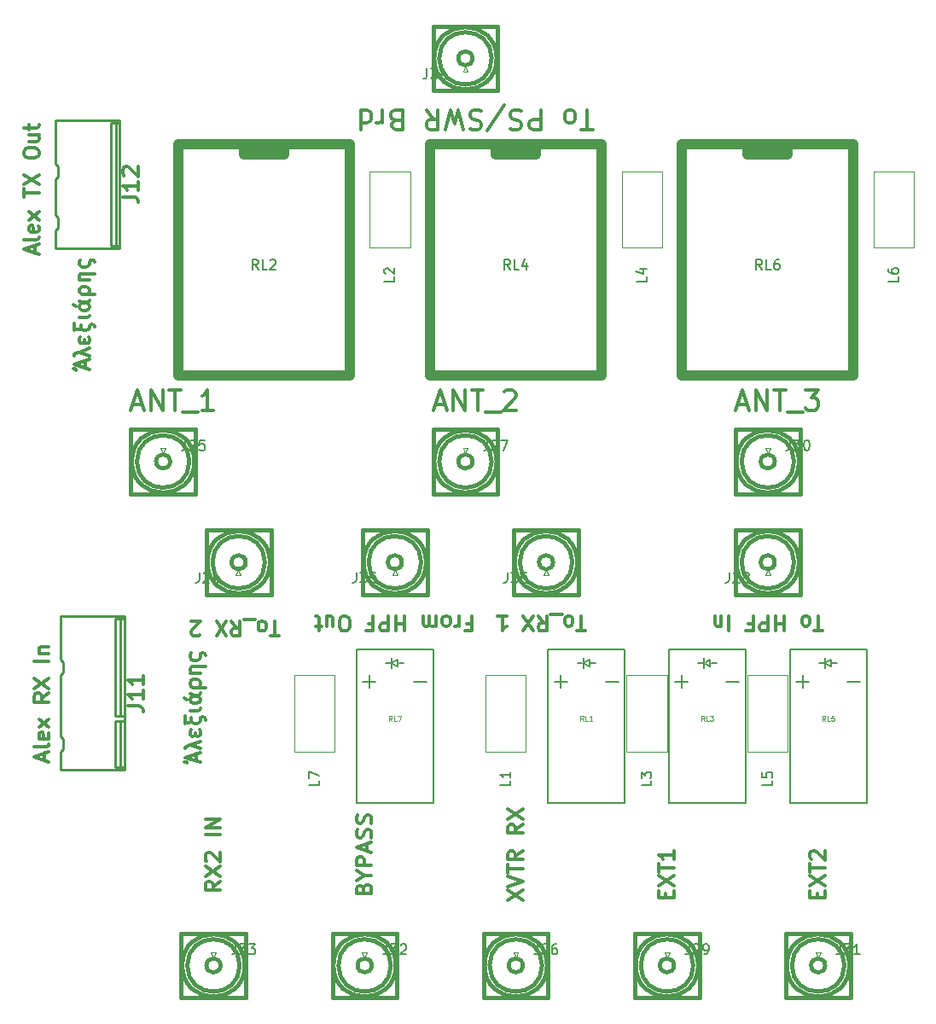
<source format=gto>
G04 #@! TF.FileFunction,Legend,Top*
%FSLAX46Y46*%
G04 Gerber Fmt 4.6, Leading zero omitted, Abs format (unit mm)*
G04 Created by KiCad (PCBNEW 4.0.7) date 01/05/18 17:51:36*
%MOMM*%
%LPD*%
G01*
G04 APERTURE LIST*
%ADD10C,0.100000*%
%ADD11C,0.300000*%
%ADD12C,0.150000*%
%ADD13C,1.000000*%
%ADD14C,0.381000*%
%ADD15C,0.254000*%
%ADD16C,0.050000*%
%ADD17C,0.120000*%
%ADD18C,0.125000*%
%ADD19C,0.304800*%
G04 APERTURE END LIST*
D10*
D11*
X43250000Y-99714285D02*
X43250000Y-98999999D01*
X43678571Y-99857142D02*
X42178571Y-99357142D01*
X43678571Y-98857142D01*
X42321429Y-99928570D02*
X42321429Y-99857142D01*
X42250000Y-99785713D01*
X42107143Y-99785713D01*
X42678571Y-98142856D02*
X43678571Y-98499999D01*
X42178571Y-98499999D02*
X42178571Y-98357142D01*
X42250000Y-98285714D01*
X42678571Y-98142856D01*
X43678571Y-97785714D01*
X43178571Y-97071428D02*
X43250000Y-97214285D01*
X43392857Y-97285714D01*
X43464286Y-97285714D01*
X43607143Y-97214285D01*
X43678571Y-97071428D01*
X43678571Y-96785714D01*
X43607143Y-96642857D01*
X43178571Y-96928571D02*
X43178571Y-97071428D01*
X43107143Y-97214285D01*
X42964286Y-97285714D01*
X42892857Y-97285714D01*
X42750000Y-97214285D01*
X42678571Y-97071428D01*
X42678571Y-96785714D01*
X42750000Y-96642857D01*
X42178571Y-95999999D02*
X42178571Y-95285713D01*
X42178571Y-95714285D02*
X42250000Y-95857142D01*
X42392857Y-95928571D01*
X42607143Y-95928571D01*
X42750000Y-95857142D01*
X42821429Y-95714285D01*
X42821429Y-95428571D01*
X42821429Y-95714285D02*
X42892857Y-95857142D01*
X42964286Y-95928571D01*
X43107143Y-95999999D01*
X43392857Y-95999999D01*
X43535714Y-95928571D01*
X43607143Y-95857142D01*
X43678571Y-95714285D01*
X43678571Y-95571428D01*
X43750000Y-95428571D01*
X43892857Y-95357142D01*
X43964286Y-95357142D01*
X44107143Y-95428571D01*
X44178571Y-95571428D01*
X44178571Y-95642856D01*
X42678571Y-94714285D02*
X43464286Y-94714285D01*
X43607143Y-94642857D01*
X43678571Y-94499999D01*
X42678571Y-93071428D02*
X43392857Y-93285714D01*
X43535714Y-93357143D01*
X43607143Y-93428571D01*
X43678571Y-93571428D01*
X43678571Y-93714285D01*
X43607143Y-93857143D01*
X43535714Y-93928571D01*
X43321429Y-94000000D01*
X43035714Y-94000000D01*
X42821429Y-93928571D01*
X42750000Y-93857143D01*
X42678571Y-93714285D01*
X42678571Y-93571428D01*
X42750000Y-93428571D01*
X42821429Y-93357143D01*
X42964286Y-93285714D01*
X43464286Y-93214285D01*
X43607143Y-93142857D01*
X43678571Y-93000000D01*
X42107143Y-93428571D02*
X42321429Y-93642857D01*
X44178571Y-92428571D02*
X42964286Y-92428571D01*
X42821429Y-92357143D01*
X42750000Y-92285714D01*
X42678571Y-92142857D01*
X42678571Y-91928571D01*
X42750000Y-91785714D01*
X42821429Y-91714285D01*
X42964286Y-91642857D01*
X43392857Y-91642857D01*
X43535714Y-91714285D01*
X43607143Y-91785714D01*
X43678571Y-91928571D01*
X43678571Y-92142857D01*
X43607143Y-92285714D01*
X43464286Y-92428571D01*
X42678571Y-91000000D02*
X43678571Y-91000000D01*
X42821429Y-91000000D02*
X42750000Y-90928572D01*
X42678571Y-90785714D01*
X42678571Y-90571429D01*
X42750000Y-90428572D01*
X42892857Y-90357143D01*
X44178571Y-90357143D01*
X42750000Y-89000000D02*
X42678571Y-89142857D01*
X42678571Y-89428571D01*
X42750000Y-89571429D01*
X42821429Y-89642857D01*
X42964286Y-89714286D01*
X43392857Y-89714286D01*
X43535714Y-89642857D01*
X43607143Y-89571429D01*
X43678571Y-89428571D01*
X43678571Y-89214286D01*
X43750000Y-89071429D01*
X43892857Y-89000000D01*
X43964286Y-89000000D01*
X44107143Y-89071429D01*
X44178571Y-89214286D01*
X32250000Y-60714285D02*
X32250000Y-59999999D01*
X32678571Y-60857142D02*
X31178571Y-60357142D01*
X32678571Y-59857142D01*
X31321429Y-60928570D02*
X31321429Y-60857142D01*
X31250000Y-60785713D01*
X31107143Y-60785713D01*
X31678571Y-59142856D02*
X32678571Y-59499999D01*
X31178571Y-59499999D02*
X31178571Y-59357142D01*
X31250000Y-59285714D01*
X31678571Y-59142856D01*
X32678571Y-58785714D01*
X32178571Y-58071428D02*
X32250000Y-58214285D01*
X32392857Y-58285714D01*
X32464286Y-58285714D01*
X32607143Y-58214285D01*
X32678571Y-58071428D01*
X32678571Y-57785714D01*
X32607143Y-57642857D01*
X32178571Y-57928571D02*
X32178571Y-58071428D01*
X32107143Y-58214285D01*
X31964286Y-58285714D01*
X31892857Y-58285714D01*
X31750000Y-58214285D01*
X31678571Y-58071428D01*
X31678571Y-57785714D01*
X31750000Y-57642857D01*
X31178571Y-56999999D02*
X31178571Y-56285713D01*
X31178571Y-56714285D02*
X31250000Y-56857142D01*
X31392857Y-56928571D01*
X31607143Y-56928571D01*
X31750000Y-56857142D01*
X31821429Y-56714285D01*
X31821429Y-56428571D01*
X31821429Y-56714285D02*
X31892857Y-56857142D01*
X31964286Y-56928571D01*
X32107143Y-56999999D01*
X32392857Y-56999999D01*
X32535714Y-56928571D01*
X32607143Y-56857142D01*
X32678571Y-56714285D01*
X32678571Y-56571428D01*
X32750000Y-56428571D01*
X32892857Y-56357142D01*
X32964286Y-56357142D01*
X33107143Y-56428571D01*
X33178571Y-56571428D01*
X33178571Y-56642856D01*
X31678571Y-55714285D02*
X32464286Y-55714285D01*
X32607143Y-55642857D01*
X32678571Y-55499999D01*
X31678571Y-54071428D02*
X32392857Y-54285714D01*
X32535714Y-54357143D01*
X32607143Y-54428571D01*
X32678571Y-54571428D01*
X32678571Y-54714285D01*
X32607143Y-54857143D01*
X32535714Y-54928571D01*
X32321429Y-55000000D01*
X32035714Y-55000000D01*
X31821429Y-54928571D01*
X31750000Y-54857143D01*
X31678571Y-54714285D01*
X31678571Y-54571428D01*
X31750000Y-54428571D01*
X31821429Y-54357143D01*
X31964286Y-54285714D01*
X32464286Y-54214285D01*
X32607143Y-54142857D01*
X32678571Y-54000000D01*
X31107143Y-54428571D02*
X31321429Y-54642857D01*
X33178571Y-53428571D02*
X31964286Y-53428571D01*
X31821429Y-53357143D01*
X31750000Y-53285714D01*
X31678571Y-53142857D01*
X31678571Y-52928571D01*
X31750000Y-52785714D01*
X31821429Y-52714285D01*
X31964286Y-52642857D01*
X32392857Y-52642857D01*
X32535714Y-52714285D01*
X32607143Y-52785714D01*
X32678571Y-52928571D01*
X32678571Y-53142857D01*
X32607143Y-53285714D01*
X32464286Y-53428571D01*
X31678571Y-52000000D02*
X32678571Y-52000000D01*
X31821429Y-52000000D02*
X31750000Y-51928572D01*
X31678571Y-51785714D01*
X31678571Y-51571429D01*
X31750000Y-51428572D01*
X31892857Y-51357143D01*
X33178571Y-51357143D01*
X31750000Y-50000000D02*
X31678571Y-50142857D01*
X31678571Y-50428571D01*
X31750000Y-50571429D01*
X31821429Y-50642857D01*
X31964286Y-50714286D01*
X32392857Y-50714286D01*
X32535714Y-50642857D01*
X32607143Y-50571429D01*
X32678571Y-50428571D01*
X32678571Y-50214286D01*
X32750000Y-50071429D01*
X32892857Y-50000000D01*
X32964286Y-50000000D01*
X33107143Y-50071429D01*
X33178571Y-50214286D01*
X28250000Y-99642857D02*
X28250000Y-98928571D01*
X28678571Y-99785714D02*
X27178571Y-99285714D01*
X28678571Y-98785714D01*
X28678571Y-98071428D02*
X28607143Y-98214286D01*
X28464286Y-98285714D01*
X27178571Y-98285714D01*
X28607143Y-96928572D02*
X28678571Y-97071429D01*
X28678571Y-97357143D01*
X28607143Y-97500000D01*
X28464286Y-97571429D01*
X27892857Y-97571429D01*
X27750000Y-97500000D01*
X27678571Y-97357143D01*
X27678571Y-97071429D01*
X27750000Y-96928572D01*
X27892857Y-96857143D01*
X28035714Y-96857143D01*
X28178571Y-97571429D01*
X28678571Y-96357143D02*
X27678571Y-95571429D01*
X27678571Y-96357143D02*
X28678571Y-95571429D01*
X28678571Y-93000000D02*
X27964286Y-93500000D01*
X28678571Y-93857143D02*
X27178571Y-93857143D01*
X27178571Y-93285715D01*
X27250000Y-93142857D01*
X27321429Y-93071429D01*
X27464286Y-93000000D01*
X27678571Y-93000000D01*
X27821429Y-93071429D01*
X27892857Y-93142857D01*
X27964286Y-93285715D01*
X27964286Y-93857143D01*
X27178571Y-92500000D02*
X28678571Y-91500000D01*
X27178571Y-91500000D02*
X28678571Y-92500000D01*
X28678571Y-89785715D02*
X27178571Y-89785715D01*
X27678571Y-89071429D02*
X28678571Y-89071429D01*
X27821429Y-89071429D02*
X27750000Y-89000001D01*
X27678571Y-88857143D01*
X27678571Y-88642858D01*
X27750000Y-88500001D01*
X27892857Y-88428572D01*
X28678571Y-88428572D01*
X27250000Y-49321428D02*
X27250000Y-48607142D01*
X27678571Y-49464285D02*
X26178571Y-48964285D01*
X27678571Y-48464285D01*
X27678571Y-47749999D02*
X27607143Y-47892857D01*
X27464286Y-47964285D01*
X26178571Y-47964285D01*
X27607143Y-46607143D02*
X27678571Y-46750000D01*
X27678571Y-47035714D01*
X27607143Y-47178571D01*
X27464286Y-47250000D01*
X26892857Y-47250000D01*
X26750000Y-47178571D01*
X26678571Y-47035714D01*
X26678571Y-46750000D01*
X26750000Y-46607143D01*
X26892857Y-46535714D01*
X27035714Y-46535714D01*
X27178571Y-47250000D01*
X27678571Y-46035714D02*
X26678571Y-45250000D01*
X26678571Y-46035714D02*
X27678571Y-45250000D01*
X26178571Y-43750000D02*
X26178571Y-42892857D01*
X27678571Y-43321428D02*
X26178571Y-43321428D01*
X26178571Y-42535714D02*
X27678571Y-41535714D01*
X26178571Y-41535714D02*
X27678571Y-42535714D01*
X26178571Y-39535715D02*
X26178571Y-39250001D01*
X26250000Y-39107143D01*
X26392857Y-38964286D01*
X26678571Y-38892858D01*
X27178571Y-38892858D01*
X27464286Y-38964286D01*
X27607143Y-39107143D01*
X27678571Y-39250001D01*
X27678571Y-39535715D01*
X27607143Y-39678572D01*
X27464286Y-39821429D01*
X27178571Y-39892858D01*
X26678571Y-39892858D01*
X26392857Y-39821429D01*
X26250000Y-39678572D01*
X26178571Y-39535715D01*
X26678571Y-37607143D02*
X27678571Y-37607143D01*
X26678571Y-38250000D02*
X27464286Y-38250000D01*
X27607143Y-38178572D01*
X27678571Y-38035714D01*
X27678571Y-37821429D01*
X27607143Y-37678572D01*
X27535714Y-37607143D01*
X26678571Y-37107143D02*
X26678571Y-36535714D01*
X26178571Y-36892857D02*
X27464286Y-36892857D01*
X27607143Y-36821429D01*
X27678571Y-36678571D01*
X27678571Y-36535714D01*
X81928571Y-86821429D02*
X81071428Y-86821429D01*
X81499999Y-85321429D02*
X81499999Y-86821429D01*
X80357142Y-85321429D02*
X80500000Y-85392857D01*
X80571428Y-85464286D01*
X80642857Y-85607143D01*
X80642857Y-86035714D01*
X80571428Y-86178571D01*
X80500000Y-86250000D01*
X80357142Y-86321429D01*
X80142857Y-86321429D01*
X80000000Y-86250000D01*
X79928571Y-86178571D01*
X79857142Y-86035714D01*
X79857142Y-85607143D01*
X79928571Y-85464286D01*
X80000000Y-85392857D01*
X80142857Y-85321429D01*
X80357142Y-85321429D01*
X79571428Y-85178571D02*
X78428571Y-85178571D01*
X77214285Y-85321429D02*
X77714285Y-86035714D01*
X78071428Y-85321429D02*
X78071428Y-86821429D01*
X77500000Y-86821429D01*
X77357142Y-86750000D01*
X77285714Y-86678571D01*
X77214285Y-86535714D01*
X77214285Y-86321429D01*
X77285714Y-86178571D01*
X77357142Y-86107143D01*
X77500000Y-86035714D01*
X78071428Y-86035714D01*
X76714285Y-86821429D02*
X75714285Y-85321429D01*
X75714285Y-86821429D02*
X76714285Y-85321429D01*
X73214286Y-85321429D02*
X74071429Y-85321429D01*
X73642857Y-85321429D02*
X73642857Y-86821429D01*
X73785714Y-86607143D01*
X73928572Y-86464286D01*
X74071429Y-86392857D01*
X105464286Y-86821429D02*
X104607143Y-86821429D01*
X105035714Y-85321429D02*
X105035714Y-86821429D01*
X103892857Y-85321429D02*
X104035715Y-85392857D01*
X104107143Y-85464286D01*
X104178572Y-85607143D01*
X104178572Y-86035714D01*
X104107143Y-86178571D01*
X104035715Y-86250000D01*
X103892857Y-86321429D01*
X103678572Y-86321429D01*
X103535715Y-86250000D01*
X103464286Y-86178571D01*
X103392857Y-86035714D01*
X103392857Y-85607143D01*
X103464286Y-85464286D01*
X103535715Y-85392857D01*
X103678572Y-85321429D01*
X103892857Y-85321429D01*
X101607143Y-85321429D02*
X101607143Y-86821429D01*
X101607143Y-86107143D02*
X100750000Y-86107143D01*
X100750000Y-85321429D02*
X100750000Y-86821429D01*
X100035714Y-85321429D02*
X100035714Y-86821429D01*
X99464286Y-86821429D01*
X99321428Y-86750000D01*
X99250000Y-86678571D01*
X99178571Y-86535714D01*
X99178571Y-86321429D01*
X99250000Y-86178571D01*
X99321428Y-86107143D01*
X99464286Y-86035714D01*
X100035714Y-86035714D01*
X98035714Y-86107143D02*
X98535714Y-86107143D01*
X98535714Y-85321429D02*
X98535714Y-86821429D01*
X97821428Y-86821429D01*
X96107143Y-85321429D02*
X96107143Y-86821429D01*
X95392857Y-86321429D02*
X95392857Y-85321429D01*
X95392857Y-86178571D02*
X95321429Y-86250000D01*
X95178571Y-86321429D01*
X94964286Y-86321429D01*
X94821429Y-86250000D01*
X94750000Y-86107143D01*
X94750000Y-85321429D01*
X70142857Y-86107143D02*
X70642857Y-86107143D01*
X70642857Y-85321429D02*
X70642857Y-86821429D01*
X69928571Y-86821429D01*
X69357143Y-85321429D02*
X69357143Y-86321429D01*
X69357143Y-86035714D02*
X69285715Y-86178571D01*
X69214286Y-86250000D01*
X69071429Y-86321429D01*
X68928572Y-86321429D01*
X68214286Y-85321429D02*
X68357144Y-85392857D01*
X68428572Y-85464286D01*
X68500001Y-85607143D01*
X68500001Y-86035714D01*
X68428572Y-86178571D01*
X68357144Y-86250000D01*
X68214286Y-86321429D01*
X68000001Y-86321429D01*
X67857144Y-86250000D01*
X67785715Y-86178571D01*
X67714286Y-86035714D01*
X67714286Y-85607143D01*
X67785715Y-85464286D01*
X67857144Y-85392857D01*
X68000001Y-85321429D01*
X68214286Y-85321429D01*
X67071429Y-85321429D02*
X67071429Y-86321429D01*
X67071429Y-86178571D02*
X67000001Y-86250000D01*
X66857143Y-86321429D01*
X66642858Y-86321429D01*
X66500001Y-86250000D01*
X66428572Y-86107143D01*
X66428572Y-85321429D01*
X66428572Y-86107143D02*
X66357143Y-86250000D01*
X66214286Y-86321429D01*
X66000001Y-86321429D01*
X65857143Y-86250000D01*
X65785715Y-86107143D01*
X65785715Y-85321429D01*
X63928572Y-85321429D02*
X63928572Y-86821429D01*
X63928572Y-86107143D02*
X63071429Y-86107143D01*
X63071429Y-85321429D02*
X63071429Y-86821429D01*
X62357143Y-85321429D02*
X62357143Y-86821429D01*
X61785715Y-86821429D01*
X61642857Y-86750000D01*
X61571429Y-86678571D01*
X61500000Y-86535714D01*
X61500000Y-86321429D01*
X61571429Y-86178571D01*
X61642857Y-86107143D01*
X61785715Y-86035714D01*
X62357143Y-86035714D01*
X60357143Y-86107143D02*
X60857143Y-86107143D01*
X60857143Y-85321429D02*
X60857143Y-86821429D01*
X60142857Y-86821429D01*
X58142858Y-86821429D02*
X57857144Y-86821429D01*
X57714286Y-86750000D01*
X57571429Y-86607143D01*
X57500001Y-86321429D01*
X57500001Y-85821429D01*
X57571429Y-85535714D01*
X57714286Y-85392857D01*
X57857144Y-85321429D01*
X58142858Y-85321429D01*
X58285715Y-85392857D01*
X58428572Y-85535714D01*
X58500001Y-85821429D01*
X58500001Y-86321429D01*
X58428572Y-86607143D01*
X58285715Y-86750000D01*
X58142858Y-86821429D01*
X56214286Y-86321429D02*
X56214286Y-85321429D01*
X56857143Y-86321429D02*
X56857143Y-85535714D01*
X56785715Y-85392857D01*
X56642857Y-85321429D01*
X56428572Y-85321429D01*
X56285715Y-85392857D01*
X56214286Y-85464286D01*
X55714286Y-86321429D02*
X55142857Y-86321429D01*
X55500000Y-86821429D02*
X55500000Y-85535714D01*
X55428572Y-85392857D01*
X55285714Y-85321429D01*
X55142857Y-85321429D01*
X51499999Y-87321429D02*
X50642856Y-87321429D01*
X51071427Y-85821429D02*
X51071427Y-87321429D01*
X49928570Y-85821429D02*
X50071428Y-85892857D01*
X50142856Y-85964286D01*
X50214285Y-86107143D01*
X50214285Y-86535714D01*
X50142856Y-86678571D01*
X50071428Y-86750000D01*
X49928570Y-86821429D01*
X49714285Y-86821429D01*
X49571428Y-86750000D01*
X49499999Y-86678571D01*
X49428570Y-86535714D01*
X49428570Y-86107143D01*
X49499999Y-85964286D01*
X49571428Y-85892857D01*
X49714285Y-85821429D01*
X49928570Y-85821429D01*
X49142856Y-85678571D02*
X47999999Y-85678571D01*
X46785713Y-85821429D02*
X47285713Y-86535714D01*
X47642856Y-85821429D02*
X47642856Y-87321429D01*
X47071428Y-87321429D01*
X46928570Y-87250000D01*
X46857142Y-87178571D01*
X46785713Y-87035714D01*
X46785713Y-86821429D01*
X46857142Y-86678571D01*
X46928570Y-86607143D01*
X47071428Y-86535714D01*
X47642856Y-86535714D01*
X46285713Y-87321429D02*
X45285713Y-85821429D01*
X45285713Y-87321429D02*
X46285713Y-85821429D01*
X43642857Y-87178571D02*
X43571428Y-87250000D01*
X43428571Y-87321429D01*
X43071428Y-87321429D01*
X42928571Y-87250000D01*
X42857142Y-87178571D01*
X42785714Y-87035714D01*
X42785714Y-86892857D01*
X42857142Y-86678571D01*
X43714285Y-85821429D01*
X42785714Y-85821429D01*
X45678571Y-111678571D02*
X44964286Y-112178571D01*
X45678571Y-112535714D02*
X44178571Y-112535714D01*
X44178571Y-111964286D01*
X44250000Y-111821428D01*
X44321429Y-111750000D01*
X44464286Y-111678571D01*
X44678571Y-111678571D01*
X44821429Y-111750000D01*
X44892857Y-111821428D01*
X44964286Y-111964286D01*
X44964286Y-112535714D01*
X44178571Y-111178571D02*
X45678571Y-110178571D01*
X44178571Y-110178571D02*
X45678571Y-111178571D01*
X44321429Y-109678572D02*
X44250000Y-109607143D01*
X44178571Y-109464286D01*
X44178571Y-109107143D01*
X44250000Y-108964286D01*
X44321429Y-108892857D01*
X44464286Y-108821429D01*
X44607143Y-108821429D01*
X44821429Y-108892857D01*
X45678571Y-109750000D01*
X45678571Y-108821429D01*
X45678571Y-107035715D02*
X44178571Y-107035715D01*
X45678571Y-106321429D02*
X44178571Y-106321429D01*
X45678571Y-105464286D01*
X44178571Y-105464286D01*
X59892857Y-112357142D02*
X59964286Y-112142856D01*
X60035714Y-112071428D01*
X60178571Y-111999999D01*
X60392857Y-111999999D01*
X60535714Y-112071428D01*
X60607143Y-112142856D01*
X60678571Y-112285714D01*
X60678571Y-112857142D01*
X59178571Y-112857142D01*
X59178571Y-112357142D01*
X59250000Y-112214285D01*
X59321429Y-112142856D01*
X59464286Y-112071428D01*
X59607143Y-112071428D01*
X59750000Y-112142856D01*
X59821429Y-112214285D01*
X59892857Y-112357142D01*
X59892857Y-112857142D01*
X59964286Y-111071428D02*
X60678571Y-111071428D01*
X59178571Y-111571428D02*
X59964286Y-111071428D01*
X59178571Y-110571428D01*
X60678571Y-110071428D02*
X59178571Y-110071428D01*
X59178571Y-109500000D01*
X59250000Y-109357142D01*
X59321429Y-109285714D01*
X59464286Y-109214285D01*
X59678571Y-109214285D01*
X59821429Y-109285714D01*
X59892857Y-109357142D01*
X59964286Y-109500000D01*
X59964286Y-110071428D01*
X60250000Y-108642857D02*
X60250000Y-107928571D01*
X60678571Y-108785714D02*
X59178571Y-108285714D01*
X60678571Y-107785714D01*
X60607143Y-107357143D02*
X60678571Y-107142857D01*
X60678571Y-106785714D01*
X60607143Y-106642857D01*
X60535714Y-106571428D01*
X60392857Y-106500000D01*
X60250000Y-106500000D01*
X60107143Y-106571428D01*
X60035714Y-106642857D01*
X59964286Y-106785714D01*
X59892857Y-107071428D01*
X59821429Y-107214286D01*
X59750000Y-107285714D01*
X59607143Y-107357143D01*
X59464286Y-107357143D01*
X59321429Y-107285714D01*
X59250000Y-107214286D01*
X59178571Y-107071428D01*
X59178571Y-106714286D01*
X59250000Y-106500000D01*
X60607143Y-105928572D02*
X60678571Y-105714286D01*
X60678571Y-105357143D01*
X60607143Y-105214286D01*
X60535714Y-105142857D01*
X60392857Y-105071429D01*
X60250000Y-105071429D01*
X60107143Y-105142857D01*
X60035714Y-105214286D01*
X59964286Y-105357143D01*
X59892857Y-105642857D01*
X59821429Y-105785715D01*
X59750000Y-105857143D01*
X59607143Y-105928572D01*
X59464286Y-105928572D01*
X59321429Y-105857143D01*
X59250000Y-105785715D01*
X59178571Y-105642857D01*
X59178571Y-105285715D01*
X59250000Y-105071429D01*
X104892857Y-113321428D02*
X104892857Y-112821428D01*
X105678571Y-112607142D02*
X105678571Y-113321428D01*
X104178571Y-113321428D01*
X104178571Y-112607142D01*
X104178571Y-112107142D02*
X105678571Y-111107142D01*
X104178571Y-111107142D02*
X105678571Y-112107142D01*
X104178571Y-110750000D02*
X104178571Y-109892857D01*
X105678571Y-110321428D02*
X104178571Y-110321428D01*
X104321429Y-109464286D02*
X104250000Y-109392857D01*
X104178571Y-109250000D01*
X104178571Y-108892857D01*
X104250000Y-108750000D01*
X104321429Y-108678571D01*
X104464286Y-108607143D01*
X104607143Y-108607143D01*
X104821429Y-108678571D01*
X105678571Y-109535714D01*
X105678571Y-108607143D01*
X89892857Y-113321428D02*
X89892857Y-112821428D01*
X90678571Y-112607142D02*
X90678571Y-113321428D01*
X89178571Y-113321428D01*
X89178571Y-112607142D01*
X89178571Y-112107142D02*
X90678571Y-111107142D01*
X89178571Y-111107142D02*
X90678571Y-112107142D01*
X89178571Y-110750000D02*
X89178571Y-109892857D01*
X90678571Y-110321428D02*
X89178571Y-110321428D01*
X90678571Y-108607143D02*
X90678571Y-109464286D01*
X90678571Y-109035714D02*
X89178571Y-109035714D01*
X89392857Y-109178571D01*
X89535714Y-109321429D01*
X89607143Y-109464286D01*
X74178571Y-113499999D02*
X75678571Y-112499999D01*
X74178571Y-112499999D02*
X75678571Y-113499999D01*
X74178571Y-112142857D02*
X75678571Y-111642857D01*
X74178571Y-111142857D01*
X74178571Y-110857143D02*
X74178571Y-110000000D01*
X75678571Y-110428571D02*
X74178571Y-110428571D01*
X75678571Y-108642857D02*
X74964286Y-109142857D01*
X75678571Y-109500000D02*
X74178571Y-109500000D01*
X74178571Y-108928572D01*
X74250000Y-108785714D01*
X74321429Y-108714286D01*
X74464286Y-108642857D01*
X74678571Y-108642857D01*
X74821429Y-108714286D01*
X74892857Y-108785714D01*
X74964286Y-108928572D01*
X74964286Y-109500000D01*
X75678571Y-106000000D02*
X74964286Y-106500000D01*
X75678571Y-106857143D02*
X74178571Y-106857143D01*
X74178571Y-106285715D01*
X74250000Y-106142857D01*
X74321429Y-106071429D01*
X74464286Y-106000000D01*
X74678571Y-106000000D01*
X74821429Y-106071429D01*
X74892857Y-106142857D01*
X74964286Y-106285715D01*
X74964286Y-106857143D01*
X74178571Y-105500000D02*
X75678571Y-104500000D01*
X74178571Y-104500000D02*
X75678571Y-105500000D01*
X82619048Y-37095238D02*
X81476191Y-37095238D01*
X82047619Y-35095238D02*
X82047619Y-37095238D01*
X80523809Y-35095238D02*
X80714285Y-35190476D01*
X80809524Y-35285714D01*
X80904762Y-35476190D01*
X80904762Y-36047619D01*
X80809524Y-36238095D01*
X80714285Y-36333333D01*
X80523809Y-36428571D01*
X80238095Y-36428571D01*
X80047619Y-36333333D01*
X79952381Y-36238095D01*
X79857143Y-36047619D01*
X79857143Y-35476190D01*
X79952381Y-35285714D01*
X80047619Y-35190476D01*
X80238095Y-35095238D01*
X80523809Y-35095238D01*
X77476190Y-35095238D02*
X77476190Y-37095238D01*
X76714285Y-37095238D01*
X76523809Y-37000000D01*
X76428570Y-36904762D01*
X76333332Y-36714286D01*
X76333332Y-36428571D01*
X76428570Y-36238095D01*
X76523809Y-36142857D01*
X76714285Y-36047619D01*
X77476190Y-36047619D01*
X75571428Y-35190476D02*
X75285713Y-35095238D01*
X74809523Y-35095238D01*
X74619047Y-35190476D01*
X74523809Y-35285714D01*
X74428570Y-35476190D01*
X74428570Y-35666667D01*
X74523809Y-35857143D01*
X74619047Y-35952381D01*
X74809523Y-36047619D01*
X75190475Y-36142857D01*
X75380951Y-36238095D01*
X75476190Y-36333333D01*
X75571428Y-36523810D01*
X75571428Y-36714286D01*
X75476190Y-36904762D01*
X75380951Y-37000000D01*
X75190475Y-37095238D01*
X74714285Y-37095238D01*
X74428570Y-37000000D01*
X72142856Y-37190476D02*
X73857142Y-34619048D01*
X71571428Y-35190476D02*
X71285713Y-35095238D01*
X70809523Y-35095238D01*
X70619047Y-35190476D01*
X70523809Y-35285714D01*
X70428570Y-35476190D01*
X70428570Y-35666667D01*
X70523809Y-35857143D01*
X70619047Y-35952381D01*
X70809523Y-36047619D01*
X71190475Y-36142857D01*
X71380951Y-36238095D01*
X71476190Y-36333333D01*
X71571428Y-36523810D01*
X71571428Y-36714286D01*
X71476190Y-36904762D01*
X71380951Y-37000000D01*
X71190475Y-37095238D01*
X70714285Y-37095238D01*
X70428570Y-37000000D01*
X69761904Y-37095238D02*
X69285713Y-35095238D01*
X68904761Y-36523810D01*
X68523808Y-35095238D01*
X68047618Y-37095238D01*
X66142856Y-35095238D02*
X66809523Y-36047619D01*
X67285714Y-35095238D02*
X67285714Y-37095238D01*
X66523809Y-37095238D01*
X66333333Y-37000000D01*
X66238094Y-36904762D01*
X66142856Y-36714286D01*
X66142856Y-36428571D01*
X66238094Y-36238095D01*
X66333333Y-36142857D01*
X66523809Y-36047619D01*
X67285714Y-36047619D01*
X63095237Y-36142857D02*
X62809523Y-36047619D01*
X62714284Y-35952381D01*
X62619046Y-35761905D01*
X62619046Y-35476190D01*
X62714284Y-35285714D01*
X62809523Y-35190476D01*
X62999999Y-35095238D01*
X63761904Y-35095238D01*
X63761904Y-37095238D01*
X63095237Y-37095238D01*
X62904761Y-37000000D01*
X62809523Y-36904762D01*
X62714284Y-36714286D01*
X62714284Y-36523810D01*
X62809523Y-36333333D01*
X62904761Y-36238095D01*
X63095237Y-36142857D01*
X63761904Y-36142857D01*
X61761904Y-35095238D02*
X61761904Y-36428571D01*
X61761904Y-36047619D02*
X61666665Y-36238095D01*
X61571427Y-36333333D01*
X61380951Y-36428571D01*
X61190475Y-36428571D01*
X59666666Y-35095238D02*
X59666666Y-37095238D01*
X59666666Y-35190476D02*
X59857142Y-35095238D01*
X60238094Y-35095238D01*
X60428570Y-35190476D01*
X60523809Y-35285714D01*
X60619047Y-35476190D01*
X60619047Y-36047619D01*
X60523809Y-36238095D01*
X60428570Y-36333333D01*
X60238094Y-36428571D01*
X59857142Y-36428571D01*
X59666666Y-36333333D01*
X96999999Y-64333333D02*
X97952380Y-64333333D01*
X96809523Y-64904762D02*
X97476190Y-62904762D01*
X98142857Y-64904762D01*
X98809523Y-64904762D02*
X98809523Y-62904762D01*
X99952381Y-64904762D01*
X99952381Y-62904762D01*
X100619047Y-62904762D02*
X101761904Y-62904762D01*
X101190476Y-64904762D02*
X101190476Y-62904762D01*
X101952381Y-65095238D02*
X103476191Y-65095238D01*
X103761905Y-62904762D02*
X105000001Y-62904762D01*
X104333334Y-63666667D01*
X104619048Y-63666667D01*
X104809524Y-63761905D01*
X104904762Y-63857143D01*
X105000001Y-64047619D01*
X105000001Y-64523810D01*
X104904762Y-64714286D01*
X104809524Y-64809524D01*
X104619048Y-64904762D01*
X104047620Y-64904762D01*
X103857143Y-64809524D01*
X103761905Y-64714286D01*
X66999999Y-64333333D02*
X67952380Y-64333333D01*
X66809523Y-64904762D02*
X67476190Y-62904762D01*
X68142857Y-64904762D01*
X68809523Y-64904762D02*
X68809523Y-62904762D01*
X69952381Y-64904762D01*
X69952381Y-62904762D01*
X70619047Y-62904762D02*
X71761904Y-62904762D01*
X71190476Y-64904762D02*
X71190476Y-62904762D01*
X71952381Y-65095238D02*
X73476191Y-65095238D01*
X73857143Y-63095238D02*
X73952381Y-63000000D01*
X74142858Y-62904762D01*
X74619048Y-62904762D01*
X74809524Y-63000000D01*
X74904762Y-63095238D01*
X75000001Y-63285714D01*
X75000001Y-63476190D01*
X74904762Y-63761905D01*
X73761905Y-64904762D01*
X75000001Y-64904762D01*
X36999999Y-64333333D02*
X37952380Y-64333333D01*
X36809523Y-64904762D02*
X37476190Y-62904762D01*
X38142857Y-64904762D01*
X38809523Y-64904762D02*
X38809523Y-62904762D01*
X39952381Y-64904762D01*
X39952381Y-62904762D01*
X40619047Y-62904762D02*
X41761904Y-62904762D01*
X41190476Y-64904762D02*
X41190476Y-62904762D01*
X41952381Y-65095238D02*
X43476191Y-65095238D01*
X45000001Y-64904762D02*
X43857143Y-64904762D01*
X44428572Y-64904762D02*
X44428572Y-62904762D01*
X44238096Y-63190476D01*
X44047620Y-63380952D01*
X43857143Y-63476190D01*
D12*
X106400000Y-90000000D02*
X106900000Y-90000000D01*
X105600000Y-90000000D02*
X105100000Y-90000000D01*
X105800000Y-89900000D02*
X106300000Y-89700000D01*
X106300000Y-89700000D02*
X106300000Y-90300000D01*
X106300000Y-90300000D02*
X105800000Y-90100000D01*
X105700000Y-89500000D02*
X105700000Y-90500000D01*
X107905000Y-91825000D02*
X109175000Y-91825000D01*
X104095000Y-91825000D02*
X102825000Y-91825000D01*
X103460000Y-91190000D02*
X103460000Y-92460000D01*
X109810000Y-101350000D02*
X109810000Y-103890000D01*
X109810000Y-103890000D02*
X102190000Y-103890000D01*
X102190000Y-103890000D02*
X102190000Y-101350000D01*
X102190000Y-88650000D02*
X102190000Y-101350000D01*
X102190000Y-88650000D02*
X109810000Y-88650000D01*
X109810000Y-88650000D02*
X109810000Y-101350000D01*
D13*
X98000000Y-39500000D02*
X98000000Y-38500000D01*
X102000000Y-39500000D02*
X102000000Y-38500000D01*
X102000000Y-39500000D02*
X98000000Y-39500000D01*
X108500000Y-61500000D02*
X108500000Y-38500000D01*
X108500000Y-38500000D02*
X91500000Y-38500000D01*
X91500000Y-38500000D02*
X91500000Y-61500000D01*
X91500000Y-61500000D02*
X108500000Y-61500000D01*
D14*
X48200000Y-80000000D02*
G75*
G03X48200000Y-80000000I-700000J0D01*
G01*
X50100000Y-80000000D02*
G75*
G03X50100000Y-80000000I-2600000J0D01*
G01*
X50600000Y-80000000D02*
G75*
G03X50600000Y-80000000I-3100000J0D01*
G01*
X44300000Y-76800000D02*
X44300000Y-83200000D01*
X44300000Y-76800000D02*
X50700000Y-76800000D01*
X50700000Y-76800000D02*
X50700000Y-83200000D01*
X50700000Y-83200000D02*
X44300000Y-83200000D01*
D15*
X35286000Y-95794000D02*
X35286000Y-100366000D01*
X35794000Y-95794000D02*
X35794000Y-100366000D01*
X35794000Y-95286000D02*
X35794000Y-85634000D01*
X35286000Y-95286000D02*
X35286000Y-85634000D01*
X35286000Y-85634000D02*
X36175000Y-85634000D01*
X35286000Y-100366000D02*
X36175000Y-100366000D01*
X35286000Y-95794000D02*
X36175000Y-95794000D01*
X35286000Y-95286000D02*
X36175000Y-95286000D01*
X36175000Y-85380000D02*
X36175000Y-100620000D01*
X29825000Y-91222000D02*
X29825000Y-97318000D01*
X29825000Y-89698000D02*
X29825000Y-85380000D01*
X30079000Y-97572000D02*
X30079000Y-98588000D01*
X30079000Y-97572000D02*
X29825000Y-97318000D01*
X30079000Y-98588000D02*
X29825000Y-98842000D01*
X29825000Y-98842000D02*
X29825000Y-100620000D01*
X30079000Y-90968000D02*
X29825000Y-91222000D01*
X30079000Y-89952000D02*
X29825000Y-89698000D01*
X30079000Y-89952000D02*
X30079000Y-90968000D01*
X36175000Y-100620000D02*
X29825000Y-100620000D01*
X29825000Y-85380000D02*
X36175000Y-85380000D01*
D12*
X82400000Y-90000000D02*
X82900000Y-90000000D01*
X81600000Y-90000000D02*
X81100000Y-90000000D01*
X81800000Y-89900000D02*
X82300000Y-89700000D01*
X82300000Y-89700000D02*
X82300000Y-90300000D01*
X82300000Y-90300000D02*
X81800000Y-90100000D01*
X81700000Y-89500000D02*
X81700000Y-90500000D01*
X83905000Y-91825000D02*
X85175000Y-91825000D01*
X80095000Y-91825000D02*
X78825000Y-91825000D01*
X79460000Y-91190000D02*
X79460000Y-92460000D01*
X85810000Y-101350000D02*
X85810000Y-103890000D01*
X85810000Y-103890000D02*
X78190000Y-103890000D01*
X78190000Y-103890000D02*
X78190000Y-101350000D01*
X78190000Y-88650000D02*
X78190000Y-101350000D01*
X78190000Y-88650000D02*
X85810000Y-88650000D01*
X85810000Y-88650000D02*
X85810000Y-101350000D01*
D13*
X48000000Y-39500000D02*
X48000000Y-38500000D01*
X52000000Y-39500000D02*
X52000000Y-38500000D01*
X52000000Y-39500000D02*
X48000000Y-39500000D01*
X58500000Y-61500000D02*
X58500000Y-38500000D01*
X58500000Y-38500000D02*
X41500000Y-38500000D01*
X41500000Y-38500000D02*
X41500000Y-61500000D01*
X41500000Y-61500000D02*
X58500000Y-61500000D01*
D12*
X94400000Y-90000000D02*
X94900000Y-90000000D01*
X93600000Y-90000000D02*
X93100000Y-90000000D01*
X93800000Y-89900000D02*
X94300000Y-89700000D01*
X94300000Y-89700000D02*
X94300000Y-90300000D01*
X94300000Y-90300000D02*
X93800000Y-90100000D01*
X93700000Y-89500000D02*
X93700000Y-90500000D01*
X95905000Y-91825000D02*
X97175000Y-91825000D01*
X92095000Y-91825000D02*
X90825000Y-91825000D01*
X91460000Y-91190000D02*
X91460000Y-92460000D01*
X97810000Y-101350000D02*
X97810000Y-103890000D01*
X97810000Y-103890000D02*
X90190000Y-103890000D01*
X90190000Y-103890000D02*
X90190000Y-101350000D01*
X90190000Y-88650000D02*
X90190000Y-101350000D01*
X90190000Y-88650000D02*
X97810000Y-88650000D01*
X97810000Y-88650000D02*
X97810000Y-101350000D01*
D13*
X73000000Y-39500000D02*
X73000000Y-38500000D01*
X77000000Y-39500000D02*
X77000000Y-38500000D01*
X77000000Y-39500000D02*
X73000000Y-39500000D01*
X83500000Y-61500000D02*
X83500000Y-38500000D01*
X83500000Y-38500000D02*
X66500000Y-38500000D01*
X66500000Y-38500000D02*
X66500000Y-61500000D01*
X66500000Y-61500000D02*
X83500000Y-61500000D01*
D12*
X63400000Y-90000000D02*
X63900000Y-90000000D01*
X62600000Y-90000000D02*
X62100000Y-90000000D01*
X62800000Y-89900000D02*
X63300000Y-89700000D01*
X63300000Y-89700000D02*
X63300000Y-90300000D01*
X63300000Y-90300000D02*
X62800000Y-90100000D01*
X62700000Y-89500000D02*
X62700000Y-90500000D01*
X64905000Y-91825000D02*
X66175000Y-91825000D01*
X61095000Y-91825000D02*
X59825000Y-91825000D01*
X60460000Y-91190000D02*
X60460000Y-92460000D01*
X66810000Y-101350000D02*
X66810000Y-103890000D01*
X66810000Y-103890000D02*
X59190000Y-103890000D01*
X59190000Y-103890000D02*
X59190000Y-101350000D01*
X59190000Y-88650000D02*
X59190000Y-101350000D01*
X59190000Y-88650000D02*
X66810000Y-88650000D01*
X66810000Y-88650000D02*
X66810000Y-101350000D01*
D14*
X75700000Y-120000000D02*
G75*
G03X75700000Y-120000000I-700000J0D01*
G01*
X77600000Y-120000000D02*
G75*
G03X77600000Y-120000000I-2600000J0D01*
G01*
X78100000Y-120000000D02*
G75*
G03X78100000Y-120000000I-3100000J0D01*
G01*
X71800000Y-116800000D02*
X71800000Y-123200000D01*
X71800000Y-116800000D02*
X78200000Y-116800000D01*
X78200000Y-116800000D02*
X78200000Y-123200000D01*
X78200000Y-123200000D02*
X71800000Y-123200000D01*
X40700000Y-70000000D02*
G75*
G03X40700000Y-70000000I-700000J0D01*
G01*
X42600000Y-70000000D02*
G75*
G03X42600000Y-70000000I-2600000J0D01*
G01*
X43100000Y-70000000D02*
G75*
G03X43100000Y-70000000I-3100000J0D01*
G01*
X36800000Y-66800000D02*
X36800000Y-73200000D01*
X36800000Y-66800000D02*
X43200000Y-66800000D01*
X43200000Y-66800000D02*
X43200000Y-73200000D01*
X43200000Y-73200000D02*
X36800000Y-73200000D01*
X90700000Y-120000000D02*
G75*
G03X90700000Y-120000000I-700000J0D01*
G01*
X92600000Y-120000000D02*
G75*
G03X92600000Y-120000000I-2600000J0D01*
G01*
X93100000Y-120000000D02*
G75*
G03X93100000Y-120000000I-3100000J0D01*
G01*
X86800000Y-116800000D02*
X86800000Y-123200000D01*
X86800000Y-116800000D02*
X93200000Y-116800000D01*
X93200000Y-116800000D02*
X93200000Y-123200000D01*
X93200000Y-123200000D02*
X86800000Y-123200000D01*
X70700000Y-30000000D02*
G75*
G03X70700000Y-30000000I-700000J0D01*
G01*
X72600000Y-30000000D02*
G75*
G03X72600000Y-30000000I-2600000J0D01*
G01*
X73100000Y-30000000D02*
G75*
G03X73100000Y-30000000I-3100000J0D01*
G01*
X66800000Y-26800000D02*
X66800000Y-33200000D01*
X66800000Y-26800000D02*
X73200000Y-26800000D01*
X73200000Y-26800000D02*
X73200000Y-33200000D01*
X73200000Y-33200000D02*
X66800000Y-33200000D01*
X70700000Y-70000000D02*
G75*
G03X70700000Y-70000000I-700000J0D01*
G01*
X72600000Y-70000000D02*
G75*
G03X72600000Y-70000000I-2600000J0D01*
G01*
X73100000Y-70000000D02*
G75*
G03X73100000Y-70000000I-3100000J0D01*
G01*
X66800000Y-66800000D02*
X66800000Y-73200000D01*
X66800000Y-66800000D02*
X73200000Y-66800000D01*
X73200000Y-66800000D02*
X73200000Y-73200000D01*
X73200000Y-73200000D02*
X66800000Y-73200000D01*
X105700000Y-120000000D02*
G75*
G03X105700000Y-120000000I-700000J0D01*
G01*
X107600000Y-120000000D02*
G75*
G03X107600000Y-120000000I-2600000J0D01*
G01*
X108100000Y-120000000D02*
G75*
G03X108100000Y-120000000I-3100000J0D01*
G01*
X101800000Y-116800000D02*
X101800000Y-123200000D01*
X101800000Y-116800000D02*
X108200000Y-116800000D01*
X108200000Y-116800000D02*
X108200000Y-123200000D01*
X108200000Y-123200000D02*
X101800000Y-123200000D01*
X78700000Y-80000000D02*
G75*
G03X78700000Y-80000000I-700000J0D01*
G01*
X80600000Y-80000000D02*
G75*
G03X80600000Y-80000000I-2600000J0D01*
G01*
X81100000Y-80000000D02*
G75*
G03X81100000Y-80000000I-3100000J0D01*
G01*
X74800000Y-76800000D02*
X74800000Y-83200000D01*
X74800000Y-76800000D02*
X81200000Y-76800000D01*
X81200000Y-76800000D02*
X81200000Y-83200000D01*
X81200000Y-83200000D02*
X74800000Y-83200000D01*
X60700000Y-120000000D02*
G75*
G03X60700000Y-120000000I-700000J0D01*
G01*
X62600000Y-120000000D02*
G75*
G03X62600000Y-120000000I-2600000J0D01*
G01*
X63100000Y-120000000D02*
G75*
G03X63100000Y-120000000I-3100000J0D01*
G01*
X56800000Y-116800000D02*
X56800000Y-123200000D01*
X56800000Y-116800000D02*
X63200000Y-116800000D01*
X63200000Y-116800000D02*
X63200000Y-123200000D01*
X63200000Y-123200000D02*
X56800000Y-123200000D01*
X100700000Y-80000000D02*
G75*
G03X100700000Y-80000000I-700000J0D01*
G01*
X102600000Y-80000000D02*
G75*
G03X102600000Y-80000000I-2600000J0D01*
G01*
X103100000Y-80000000D02*
G75*
G03X103100000Y-80000000I-3100000J0D01*
G01*
X96800000Y-76800000D02*
X96800000Y-83200000D01*
X96800000Y-76800000D02*
X103200000Y-76800000D01*
X103200000Y-76800000D02*
X103200000Y-83200000D01*
X103200000Y-83200000D02*
X96800000Y-83200000D01*
X100700000Y-70000000D02*
G75*
G03X100700000Y-70000000I-700000J0D01*
G01*
X102600000Y-70000000D02*
G75*
G03X102600000Y-70000000I-2600000J0D01*
G01*
X103100000Y-70000000D02*
G75*
G03X103100000Y-70000000I-3100000J0D01*
G01*
X96800000Y-66800000D02*
X96800000Y-73200000D01*
X96800000Y-66800000D02*
X103200000Y-66800000D01*
X103200000Y-66800000D02*
X103200000Y-73200000D01*
X103200000Y-73200000D02*
X96800000Y-73200000D01*
D15*
X35294000Y-48596000D02*
X35294000Y-36404000D01*
X34786000Y-36404000D02*
X34786000Y-48596000D01*
X34786000Y-48596000D02*
X35675000Y-48596000D01*
X34786000Y-36404000D02*
X35675000Y-36404000D01*
X35675000Y-36150000D02*
X35675000Y-48850000D01*
X29325000Y-41992000D02*
X29325000Y-45548000D01*
X29325000Y-40468000D02*
X29325000Y-36150000D01*
X29579000Y-45802000D02*
X29579000Y-46818000D01*
X29579000Y-45802000D02*
X29325000Y-45548000D01*
X29579000Y-46818000D02*
X29325000Y-47072000D01*
X29325000Y-47072000D02*
X29325000Y-48850000D01*
X29579000Y-41738000D02*
X29325000Y-41992000D01*
X29579000Y-40722000D02*
X29325000Y-40468000D01*
X29579000Y-40722000D02*
X29579000Y-41738000D01*
X35675000Y-48850000D02*
X29325000Y-48850000D01*
X29325000Y-36150000D02*
X35675000Y-36150000D01*
D14*
X45700000Y-120000000D02*
G75*
G03X45700000Y-120000000I-700000J0D01*
G01*
X47600000Y-120000000D02*
G75*
G03X47600000Y-120000000I-2600000J0D01*
G01*
X48100000Y-120000000D02*
G75*
G03X48100000Y-120000000I-3100000J0D01*
G01*
X41800000Y-116800000D02*
X41800000Y-123200000D01*
X41800000Y-116800000D02*
X48200000Y-116800000D01*
X48200000Y-116800000D02*
X48200000Y-123200000D01*
X48200000Y-123200000D02*
X41800000Y-123200000D01*
X63700000Y-80000000D02*
G75*
G03X63700000Y-80000000I-700000J0D01*
G01*
X65600000Y-80000000D02*
G75*
G03X65600000Y-80000000I-2600000J0D01*
G01*
X66100000Y-80000000D02*
G75*
G03X66100000Y-80000000I-3100000J0D01*
G01*
X59800000Y-76800000D02*
X59800000Y-83200000D01*
X59800000Y-76800000D02*
X66200000Y-76800000D01*
X66200000Y-76800000D02*
X66200000Y-83200000D01*
X66200000Y-83200000D02*
X59800000Y-83200000D01*
D16*
X76000000Y-98800000D02*
X72000000Y-98800000D01*
X72000000Y-98800000D02*
X72000000Y-91200000D01*
X72000000Y-91200000D02*
X76000000Y-91200000D01*
X76000000Y-91200000D02*
X76000000Y-98800000D01*
X64500000Y-48800000D02*
X60500000Y-48800000D01*
X60500000Y-48800000D02*
X60500000Y-41200000D01*
X60500000Y-41200000D02*
X64500000Y-41200000D01*
X64500000Y-41200000D02*
X64500000Y-48800000D01*
X90000000Y-98800000D02*
X86000000Y-98800000D01*
X86000000Y-98800000D02*
X86000000Y-91200000D01*
X86000000Y-91200000D02*
X90000000Y-91200000D01*
X90000000Y-91200000D02*
X90000000Y-98800000D01*
X89500000Y-48800000D02*
X85500000Y-48800000D01*
X85500000Y-48800000D02*
X85500000Y-41200000D01*
X85500000Y-41200000D02*
X89500000Y-41200000D01*
X89500000Y-41200000D02*
X89500000Y-48800000D01*
X102000000Y-98800000D02*
X98000000Y-98800000D01*
X98000000Y-98800000D02*
X98000000Y-91200000D01*
X98000000Y-91200000D02*
X102000000Y-91200000D01*
X102000000Y-91200000D02*
X102000000Y-98800000D01*
X114500000Y-48800000D02*
X110500000Y-48800000D01*
X110500000Y-48800000D02*
X110500000Y-41200000D01*
X110500000Y-41200000D02*
X114500000Y-41200000D01*
X114500000Y-41200000D02*
X114500000Y-48800000D01*
X57000000Y-98800000D02*
X53000000Y-98800000D01*
X53000000Y-98800000D02*
X53000000Y-91200000D01*
X53000000Y-91200000D02*
X57000000Y-91200000D01*
X57000000Y-91200000D02*
X57000000Y-98800000D01*
D17*
X47650000Y-81310000D02*
X47400000Y-80810000D01*
X47150000Y-81310000D02*
X47650000Y-81310000D01*
X47400000Y-80810000D02*
X47150000Y-81310000D01*
X39750000Y-68690000D02*
X40000000Y-69190000D01*
X40250000Y-68690000D02*
X39750000Y-68690000D01*
X40000000Y-69190000D02*
X40250000Y-68690000D01*
X74750000Y-118690000D02*
X75000000Y-119190000D01*
X75250000Y-118690000D02*
X74750000Y-118690000D01*
X75000000Y-119190000D02*
X75250000Y-118690000D01*
X69750000Y-68690000D02*
X70000000Y-69190000D01*
X70250000Y-68690000D02*
X69750000Y-68690000D01*
X70000000Y-69190000D02*
X70250000Y-68690000D01*
X100250000Y-81310000D02*
X100000000Y-80810000D01*
X99750000Y-81310000D02*
X100250000Y-81310000D01*
X100000000Y-80810000D02*
X99750000Y-81310000D01*
X89750000Y-118690000D02*
X90000000Y-119190000D01*
X90250000Y-118690000D02*
X89750000Y-118690000D01*
X90000000Y-119190000D02*
X90250000Y-118690000D01*
X99750000Y-68690000D02*
X100000000Y-69190000D01*
X100250000Y-68690000D02*
X99750000Y-68690000D01*
X100000000Y-69190000D02*
X100250000Y-68690000D01*
X104750000Y-118690000D02*
X105000000Y-119190000D01*
X105250000Y-118690000D02*
X104750000Y-118690000D01*
X105000000Y-119190000D02*
X105250000Y-118690000D01*
X59750000Y-118690000D02*
X60000000Y-119190000D01*
X60250000Y-118690000D02*
X59750000Y-118690000D01*
X60000000Y-119190000D02*
X60250000Y-118690000D01*
X44750000Y-118690000D02*
X45000000Y-119190000D01*
X45250000Y-118690000D02*
X44750000Y-118690000D01*
X45000000Y-119190000D02*
X45250000Y-118690000D01*
X70250000Y-31310000D02*
X70000000Y-30810000D01*
X69750000Y-31310000D02*
X70250000Y-31310000D01*
X70000000Y-30810000D02*
X69750000Y-31310000D01*
X63250000Y-81310000D02*
X63000000Y-80810000D01*
X62750000Y-81310000D02*
X63250000Y-81310000D01*
X63000000Y-80810000D02*
X62750000Y-81310000D01*
X78250000Y-81310000D02*
X78000000Y-80810000D01*
X77750000Y-81310000D02*
X78250000Y-81310000D01*
X78000000Y-80810000D02*
X77750000Y-81310000D01*
D18*
X105714286Y-95726190D02*
X105547619Y-95488095D01*
X105428572Y-95726190D02*
X105428572Y-95226190D01*
X105619048Y-95226190D01*
X105666667Y-95250000D01*
X105690476Y-95273810D01*
X105714286Y-95321429D01*
X105714286Y-95392857D01*
X105690476Y-95440476D01*
X105666667Y-95464286D01*
X105619048Y-95488095D01*
X105428572Y-95488095D01*
X106166667Y-95726190D02*
X105928572Y-95726190D01*
X105928572Y-95226190D01*
X106571429Y-95226190D02*
X106333334Y-95226190D01*
X106309524Y-95464286D01*
X106333334Y-95440476D01*
X106380953Y-95416667D01*
X106500000Y-95416667D01*
X106547619Y-95440476D01*
X106571429Y-95464286D01*
X106595238Y-95511905D01*
X106595238Y-95630952D01*
X106571429Y-95678571D01*
X106547619Y-95702381D01*
X106500000Y-95726190D01*
X106380953Y-95726190D01*
X106333334Y-95702381D01*
X106309524Y-95678571D01*
D12*
X99428572Y-50952381D02*
X99095238Y-50476190D01*
X98857143Y-50952381D02*
X98857143Y-49952381D01*
X99238096Y-49952381D01*
X99333334Y-50000000D01*
X99380953Y-50047619D01*
X99428572Y-50142857D01*
X99428572Y-50285714D01*
X99380953Y-50380952D01*
X99333334Y-50428571D01*
X99238096Y-50476190D01*
X98857143Y-50476190D01*
X100333334Y-50952381D02*
X99857143Y-50952381D01*
X99857143Y-49952381D01*
X101095239Y-49952381D02*
X100904762Y-49952381D01*
X100809524Y-50000000D01*
X100761905Y-50047619D01*
X100666667Y-50190476D01*
X100619048Y-50380952D01*
X100619048Y-50761905D01*
X100666667Y-50857143D01*
X100714286Y-50904762D01*
X100809524Y-50952381D01*
X101000001Y-50952381D01*
X101095239Y-50904762D01*
X101142858Y-50857143D01*
X101190477Y-50761905D01*
X101190477Y-50523810D01*
X101142858Y-50428571D01*
X101095239Y-50380952D01*
X101000001Y-50333333D01*
X100809524Y-50333333D01*
X100714286Y-50380952D01*
X100666667Y-50428571D01*
X100619048Y-50523810D01*
D19*
X36483429Y-94233714D02*
X37572000Y-94233714D01*
X37789714Y-94306286D01*
X37934857Y-94451429D01*
X38007429Y-94669143D01*
X38007429Y-94814286D01*
X38007429Y-92709714D02*
X38007429Y-93580571D01*
X38007429Y-93145143D02*
X36483429Y-93145143D01*
X36701143Y-93290286D01*
X36846286Y-93435428D01*
X36918857Y-93580571D01*
X38007429Y-91258285D02*
X38007429Y-92129142D01*
X38007429Y-91693714D02*
X36483429Y-91693714D01*
X36701143Y-91838857D01*
X36846286Y-91983999D01*
X36918857Y-92129142D01*
D18*
X81714286Y-95726190D02*
X81547619Y-95488095D01*
X81428572Y-95726190D02*
X81428572Y-95226190D01*
X81619048Y-95226190D01*
X81666667Y-95250000D01*
X81690476Y-95273810D01*
X81714286Y-95321429D01*
X81714286Y-95392857D01*
X81690476Y-95440476D01*
X81666667Y-95464286D01*
X81619048Y-95488095D01*
X81428572Y-95488095D01*
X82166667Y-95726190D02*
X81928572Y-95726190D01*
X81928572Y-95226190D01*
X82595238Y-95726190D02*
X82309524Y-95726190D01*
X82452381Y-95726190D02*
X82452381Y-95226190D01*
X82404762Y-95297619D01*
X82357143Y-95345238D01*
X82309524Y-95369048D01*
D12*
X49428572Y-50952381D02*
X49095238Y-50476190D01*
X48857143Y-50952381D02*
X48857143Y-49952381D01*
X49238096Y-49952381D01*
X49333334Y-50000000D01*
X49380953Y-50047619D01*
X49428572Y-50142857D01*
X49428572Y-50285714D01*
X49380953Y-50380952D01*
X49333334Y-50428571D01*
X49238096Y-50476190D01*
X48857143Y-50476190D01*
X50333334Y-50952381D02*
X49857143Y-50952381D01*
X49857143Y-49952381D01*
X50619048Y-50047619D02*
X50666667Y-50000000D01*
X50761905Y-49952381D01*
X51000001Y-49952381D01*
X51095239Y-50000000D01*
X51142858Y-50047619D01*
X51190477Y-50142857D01*
X51190477Y-50238095D01*
X51142858Y-50380952D01*
X50571429Y-50952381D01*
X51190477Y-50952381D01*
D18*
X93714286Y-95726190D02*
X93547619Y-95488095D01*
X93428572Y-95726190D02*
X93428572Y-95226190D01*
X93619048Y-95226190D01*
X93666667Y-95250000D01*
X93690476Y-95273810D01*
X93714286Y-95321429D01*
X93714286Y-95392857D01*
X93690476Y-95440476D01*
X93666667Y-95464286D01*
X93619048Y-95488095D01*
X93428572Y-95488095D01*
X94166667Y-95726190D02*
X93928572Y-95726190D01*
X93928572Y-95226190D01*
X94285715Y-95226190D02*
X94595238Y-95226190D01*
X94428572Y-95416667D01*
X94500000Y-95416667D01*
X94547619Y-95440476D01*
X94571429Y-95464286D01*
X94595238Y-95511905D01*
X94595238Y-95630952D01*
X94571429Y-95678571D01*
X94547619Y-95702381D01*
X94500000Y-95726190D01*
X94357143Y-95726190D01*
X94309524Y-95702381D01*
X94285715Y-95678571D01*
D12*
X74428572Y-50952381D02*
X74095238Y-50476190D01*
X73857143Y-50952381D02*
X73857143Y-49952381D01*
X74238096Y-49952381D01*
X74333334Y-50000000D01*
X74380953Y-50047619D01*
X74428572Y-50142857D01*
X74428572Y-50285714D01*
X74380953Y-50380952D01*
X74333334Y-50428571D01*
X74238096Y-50476190D01*
X73857143Y-50476190D01*
X75333334Y-50952381D02*
X74857143Y-50952381D01*
X74857143Y-49952381D01*
X76095239Y-50285714D02*
X76095239Y-50952381D01*
X75857143Y-49904762D02*
X75619048Y-50619048D01*
X76238096Y-50619048D01*
D18*
X62714286Y-95726190D02*
X62547619Y-95488095D01*
X62428572Y-95726190D02*
X62428572Y-95226190D01*
X62619048Y-95226190D01*
X62666667Y-95250000D01*
X62690476Y-95273810D01*
X62714286Y-95321429D01*
X62714286Y-95392857D01*
X62690476Y-95440476D01*
X62666667Y-95464286D01*
X62619048Y-95488095D01*
X62428572Y-95488095D01*
X63166667Y-95726190D02*
X62928572Y-95726190D01*
X62928572Y-95226190D01*
X63285715Y-95226190D02*
X63619048Y-95226190D01*
X63404762Y-95726190D01*
D19*
X35983429Y-43733714D02*
X37072000Y-43733714D01*
X37289714Y-43806286D01*
X37434857Y-43951429D01*
X37507429Y-44169143D01*
X37507429Y-44314286D01*
X37507429Y-42209714D02*
X37507429Y-43080571D01*
X37507429Y-42645143D02*
X35983429Y-42645143D01*
X36201143Y-42790286D01*
X36346286Y-42935428D01*
X36418857Y-43080571D01*
X36128571Y-41629142D02*
X36056000Y-41556571D01*
X35983429Y-41411428D01*
X35983429Y-41048571D01*
X36056000Y-40903428D01*
X36128571Y-40830857D01*
X36273714Y-40758285D01*
X36418857Y-40758285D01*
X36636571Y-40830857D01*
X37507429Y-41701714D01*
X37507429Y-40758285D01*
D12*
X74452381Y-101666666D02*
X74452381Y-102142857D01*
X73452381Y-102142857D01*
X74452381Y-100809523D02*
X74452381Y-101380952D01*
X74452381Y-101095238D02*
X73452381Y-101095238D01*
X73595238Y-101190476D01*
X73690476Y-101285714D01*
X73738095Y-101380952D01*
X62952381Y-51666666D02*
X62952381Y-52142857D01*
X61952381Y-52142857D01*
X62047619Y-51380952D02*
X62000000Y-51333333D01*
X61952381Y-51238095D01*
X61952381Y-50999999D01*
X62000000Y-50904761D01*
X62047619Y-50857142D01*
X62142857Y-50809523D01*
X62238095Y-50809523D01*
X62380952Y-50857142D01*
X62952381Y-51428571D01*
X62952381Y-50809523D01*
X88452381Y-101666666D02*
X88452381Y-102142857D01*
X87452381Y-102142857D01*
X87452381Y-101428571D02*
X87452381Y-100809523D01*
X87833333Y-101142857D01*
X87833333Y-100999999D01*
X87880952Y-100904761D01*
X87928571Y-100857142D01*
X88023810Y-100809523D01*
X88261905Y-100809523D01*
X88357143Y-100857142D01*
X88404762Y-100904761D01*
X88452381Y-100999999D01*
X88452381Y-101285714D01*
X88404762Y-101380952D01*
X88357143Y-101428571D01*
X87952381Y-51666666D02*
X87952381Y-52142857D01*
X86952381Y-52142857D01*
X87285714Y-50904761D02*
X87952381Y-50904761D01*
X86904762Y-51142857D02*
X87619048Y-51380952D01*
X87619048Y-50761904D01*
X100452381Y-101666666D02*
X100452381Y-102142857D01*
X99452381Y-102142857D01*
X99452381Y-100857142D02*
X99452381Y-101333333D01*
X99928571Y-101380952D01*
X99880952Y-101333333D01*
X99833333Y-101238095D01*
X99833333Y-100999999D01*
X99880952Y-100904761D01*
X99928571Y-100857142D01*
X100023810Y-100809523D01*
X100261905Y-100809523D01*
X100357143Y-100857142D01*
X100404762Y-100904761D01*
X100452381Y-100999999D01*
X100452381Y-101238095D01*
X100404762Y-101333333D01*
X100357143Y-101380952D01*
X112952381Y-51666666D02*
X112952381Y-52142857D01*
X111952381Y-52142857D01*
X111952381Y-50904761D02*
X111952381Y-51095238D01*
X112000000Y-51190476D01*
X112047619Y-51238095D01*
X112190476Y-51333333D01*
X112380952Y-51380952D01*
X112761905Y-51380952D01*
X112857143Y-51333333D01*
X112904762Y-51285714D01*
X112952381Y-51190476D01*
X112952381Y-50999999D01*
X112904762Y-50904761D01*
X112857143Y-50857142D01*
X112761905Y-50809523D01*
X112523810Y-50809523D01*
X112428571Y-50857142D01*
X112380952Y-50904761D01*
X112333333Y-50999999D01*
X112333333Y-51190476D01*
X112380952Y-51285714D01*
X112428571Y-51333333D01*
X112523810Y-51380952D01*
X55452381Y-101666666D02*
X55452381Y-102142857D01*
X54452381Y-102142857D01*
X54452381Y-101428571D02*
X54452381Y-100761904D01*
X55452381Y-101190476D01*
X43590477Y-81012381D02*
X43590477Y-81726667D01*
X43542857Y-81869524D01*
X43447619Y-81964762D01*
X43304762Y-82012381D01*
X43209524Y-82012381D01*
X44019048Y-81107619D02*
X44066667Y-81060000D01*
X44161905Y-81012381D01*
X44400001Y-81012381D01*
X44495239Y-81060000D01*
X44542858Y-81107619D01*
X44590477Y-81202857D01*
X44590477Y-81298095D01*
X44542858Y-81440952D01*
X43971429Y-82012381D01*
X44590477Y-82012381D01*
X45447620Y-81345714D02*
X45447620Y-82012381D01*
X45209524Y-80964762D02*
X44971429Y-81679048D01*
X45590477Y-81679048D01*
X42190477Y-67892381D02*
X42190477Y-68606667D01*
X42142857Y-68749524D01*
X42047619Y-68844762D01*
X41904762Y-68892381D01*
X41809524Y-68892381D01*
X42619048Y-67987619D02*
X42666667Y-67940000D01*
X42761905Y-67892381D01*
X43000001Y-67892381D01*
X43095239Y-67940000D01*
X43142858Y-67987619D01*
X43190477Y-68082857D01*
X43190477Y-68178095D01*
X43142858Y-68320952D01*
X42571429Y-68892381D01*
X43190477Y-68892381D01*
X44095239Y-67892381D02*
X43619048Y-67892381D01*
X43571429Y-68368571D01*
X43619048Y-68320952D01*
X43714286Y-68273333D01*
X43952382Y-68273333D01*
X44047620Y-68320952D01*
X44095239Y-68368571D01*
X44142858Y-68463810D01*
X44142858Y-68701905D01*
X44095239Y-68797143D01*
X44047620Y-68844762D01*
X43952382Y-68892381D01*
X43714286Y-68892381D01*
X43619048Y-68844762D01*
X43571429Y-68797143D01*
X77190477Y-117892381D02*
X77190477Y-118606667D01*
X77142857Y-118749524D01*
X77047619Y-118844762D01*
X76904762Y-118892381D01*
X76809524Y-118892381D01*
X77619048Y-117987619D02*
X77666667Y-117940000D01*
X77761905Y-117892381D01*
X78000001Y-117892381D01*
X78095239Y-117940000D01*
X78142858Y-117987619D01*
X78190477Y-118082857D01*
X78190477Y-118178095D01*
X78142858Y-118320952D01*
X77571429Y-118892381D01*
X78190477Y-118892381D01*
X79047620Y-117892381D02*
X78857143Y-117892381D01*
X78761905Y-117940000D01*
X78714286Y-117987619D01*
X78619048Y-118130476D01*
X78571429Y-118320952D01*
X78571429Y-118701905D01*
X78619048Y-118797143D01*
X78666667Y-118844762D01*
X78761905Y-118892381D01*
X78952382Y-118892381D01*
X79047620Y-118844762D01*
X79095239Y-118797143D01*
X79142858Y-118701905D01*
X79142858Y-118463810D01*
X79095239Y-118368571D01*
X79047620Y-118320952D01*
X78952382Y-118273333D01*
X78761905Y-118273333D01*
X78666667Y-118320952D01*
X78619048Y-118368571D01*
X78571429Y-118463810D01*
X72190477Y-67892381D02*
X72190477Y-68606667D01*
X72142857Y-68749524D01*
X72047619Y-68844762D01*
X71904762Y-68892381D01*
X71809524Y-68892381D01*
X72619048Y-67987619D02*
X72666667Y-67940000D01*
X72761905Y-67892381D01*
X73000001Y-67892381D01*
X73095239Y-67940000D01*
X73142858Y-67987619D01*
X73190477Y-68082857D01*
X73190477Y-68178095D01*
X73142858Y-68320952D01*
X72571429Y-68892381D01*
X73190477Y-68892381D01*
X73523810Y-67892381D02*
X74190477Y-67892381D01*
X73761905Y-68892381D01*
X96190477Y-81012381D02*
X96190477Y-81726667D01*
X96142857Y-81869524D01*
X96047619Y-81964762D01*
X95904762Y-82012381D01*
X95809524Y-82012381D01*
X96619048Y-81107619D02*
X96666667Y-81060000D01*
X96761905Y-81012381D01*
X97000001Y-81012381D01*
X97095239Y-81060000D01*
X97142858Y-81107619D01*
X97190477Y-81202857D01*
X97190477Y-81298095D01*
X97142858Y-81440952D01*
X96571429Y-82012381D01*
X97190477Y-82012381D01*
X97761905Y-81440952D02*
X97666667Y-81393333D01*
X97619048Y-81345714D01*
X97571429Y-81250476D01*
X97571429Y-81202857D01*
X97619048Y-81107619D01*
X97666667Y-81060000D01*
X97761905Y-81012381D01*
X97952382Y-81012381D01*
X98047620Y-81060000D01*
X98095239Y-81107619D01*
X98142858Y-81202857D01*
X98142858Y-81250476D01*
X98095239Y-81345714D01*
X98047620Y-81393333D01*
X97952382Y-81440952D01*
X97761905Y-81440952D01*
X97666667Y-81488571D01*
X97619048Y-81536190D01*
X97571429Y-81631429D01*
X97571429Y-81821905D01*
X97619048Y-81917143D01*
X97666667Y-81964762D01*
X97761905Y-82012381D01*
X97952382Y-82012381D01*
X98047620Y-81964762D01*
X98095239Y-81917143D01*
X98142858Y-81821905D01*
X98142858Y-81631429D01*
X98095239Y-81536190D01*
X98047620Y-81488571D01*
X97952382Y-81440952D01*
X92190477Y-117892381D02*
X92190477Y-118606667D01*
X92142857Y-118749524D01*
X92047619Y-118844762D01*
X91904762Y-118892381D01*
X91809524Y-118892381D01*
X92619048Y-117987619D02*
X92666667Y-117940000D01*
X92761905Y-117892381D01*
X93000001Y-117892381D01*
X93095239Y-117940000D01*
X93142858Y-117987619D01*
X93190477Y-118082857D01*
X93190477Y-118178095D01*
X93142858Y-118320952D01*
X92571429Y-118892381D01*
X93190477Y-118892381D01*
X93666667Y-118892381D02*
X93857143Y-118892381D01*
X93952382Y-118844762D01*
X94000001Y-118797143D01*
X94095239Y-118654286D01*
X94142858Y-118463810D01*
X94142858Y-118082857D01*
X94095239Y-117987619D01*
X94047620Y-117940000D01*
X93952382Y-117892381D01*
X93761905Y-117892381D01*
X93666667Y-117940000D01*
X93619048Y-117987619D01*
X93571429Y-118082857D01*
X93571429Y-118320952D01*
X93619048Y-118416190D01*
X93666667Y-118463810D01*
X93761905Y-118511429D01*
X93952382Y-118511429D01*
X94047620Y-118463810D01*
X94095239Y-118416190D01*
X94142858Y-118320952D01*
X102190477Y-67892381D02*
X102190477Y-68606667D01*
X102142857Y-68749524D01*
X102047619Y-68844762D01*
X101904762Y-68892381D01*
X101809524Y-68892381D01*
X102571429Y-67892381D02*
X103190477Y-67892381D01*
X102857143Y-68273333D01*
X103000001Y-68273333D01*
X103095239Y-68320952D01*
X103142858Y-68368571D01*
X103190477Y-68463810D01*
X103190477Y-68701905D01*
X103142858Y-68797143D01*
X103095239Y-68844762D01*
X103000001Y-68892381D01*
X102714286Y-68892381D01*
X102619048Y-68844762D01*
X102571429Y-68797143D01*
X103809524Y-67892381D02*
X103904763Y-67892381D01*
X104000001Y-67940000D01*
X104047620Y-67987619D01*
X104095239Y-68082857D01*
X104142858Y-68273333D01*
X104142858Y-68511429D01*
X104095239Y-68701905D01*
X104047620Y-68797143D01*
X104000001Y-68844762D01*
X103904763Y-68892381D01*
X103809524Y-68892381D01*
X103714286Y-68844762D01*
X103666667Y-68797143D01*
X103619048Y-68701905D01*
X103571429Y-68511429D01*
X103571429Y-68273333D01*
X103619048Y-68082857D01*
X103666667Y-67987619D01*
X103714286Y-67940000D01*
X103809524Y-67892381D01*
X107190477Y-117892381D02*
X107190477Y-118606667D01*
X107142857Y-118749524D01*
X107047619Y-118844762D01*
X106904762Y-118892381D01*
X106809524Y-118892381D01*
X107571429Y-117892381D02*
X108190477Y-117892381D01*
X107857143Y-118273333D01*
X108000001Y-118273333D01*
X108095239Y-118320952D01*
X108142858Y-118368571D01*
X108190477Y-118463810D01*
X108190477Y-118701905D01*
X108142858Y-118797143D01*
X108095239Y-118844762D01*
X108000001Y-118892381D01*
X107714286Y-118892381D01*
X107619048Y-118844762D01*
X107571429Y-118797143D01*
X109142858Y-118892381D02*
X108571429Y-118892381D01*
X108857143Y-118892381D02*
X108857143Y-117892381D01*
X108761905Y-118035238D01*
X108666667Y-118130476D01*
X108571429Y-118178095D01*
X62190477Y-117892381D02*
X62190477Y-118606667D01*
X62142857Y-118749524D01*
X62047619Y-118844762D01*
X61904762Y-118892381D01*
X61809524Y-118892381D01*
X62571429Y-117892381D02*
X63190477Y-117892381D01*
X62857143Y-118273333D01*
X63000001Y-118273333D01*
X63095239Y-118320952D01*
X63142858Y-118368571D01*
X63190477Y-118463810D01*
X63190477Y-118701905D01*
X63142858Y-118797143D01*
X63095239Y-118844762D01*
X63000001Y-118892381D01*
X62714286Y-118892381D01*
X62619048Y-118844762D01*
X62571429Y-118797143D01*
X63571429Y-117987619D02*
X63619048Y-117940000D01*
X63714286Y-117892381D01*
X63952382Y-117892381D01*
X64047620Y-117940000D01*
X64095239Y-117987619D01*
X64142858Y-118082857D01*
X64142858Y-118178095D01*
X64095239Y-118320952D01*
X63523810Y-118892381D01*
X64142858Y-118892381D01*
X47190477Y-117892381D02*
X47190477Y-118606667D01*
X47142857Y-118749524D01*
X47047619Y-118844762D01*
X46904762Y-118892381D01*
X46809524Y-118892381D01*
X47571429Y-117892381D02*
X48190477Y-117892381D01*
X47857143Y-118273333D01*
X48000001Y-118273333D01*
X48095239Y-118320952D01*
X48142858Y-118368571D01*
X48190477Y-118463810D01*
X48190477Y-118701905D01*
X48142858Y-118797143D01*
X48095239Y-118844762D01*
X48000001Y-118892381D01*
X47714286Y-118892381D01*
X47619048Y-118844762D01*
X47571429Y-118797143D01*
X48523810Y-117892381D02*
X49142858Y-117892381D01*
X48809524Y-118273333D01*
X48952382Y-118273333D01*
X49047620Y-118320952D01*
X49095239Y-118368571D01*
X49142858Y-118463810D01*
X49142858Y-118701905D01*
X49095239Y-118797143D01*
X49047620Y-118844762D01*
X48952382Y-118892381D01*
X48666667Y-118892381D01*
X48571429Y-118844762D01*
X48523810Y-118797143D01*
X66190477Y-31012381D02*
X66190477Y-31726667D01*
X66142857Y-31869524D01*
X66047619Y-31964762D01*
X65904762Y-32012381D01*
X65809524Y-32012381D01*
X66571429Y-31012381D02*
X67190477Y-31012381D01*
X66857143Y-31393333D01*
X67000001Y-31393333D01*
X67095239Y-31440952D01*
X67142858Y-31488571D01*
X67190477Y-31583810D01*
X67190477Y-31821905D01*
X67142858Y-31917143D01*
X67095239Y-31964762D01*
X67000001Y-32012381D01*
X66714286Y-32012381D01*
X66619048Y-31964762D01*
X66571429Y-31917143D01*
X68047620Y-31345714D02*
X68047620Y-32012381D01*
X67809524Y-30964762D02*
X67571429Y-31679048D01*
X68190477Y-31679048D01*
X59190477Y-81012381D02*
X59190477Y-81726667D01*
X59142857Y-81869524D01*
X59047619Y-81964762D01*
X58904762Y-82012381D01*
X58809524Y-82012381D01*
X59571429Y-81012381D02*
X60190477Y-81012381D01*
X59857143Y-81393333D01*
X60000001Y-81393333D01*
X60095239Y-81440952D01*
X60142858Y-81488571D01*
X60190477Y-81583810D01*
X60190477Y-81821905D01*
X60142858Y-81917143D01*
X60095239Y-81964762D01*
X60000001Y-82012381D01*
X59714286Y-82012381D01*
X59619048Y-81964762D01*
X59571429Y-81917143D01*
X61095239Y-81012381D02*
X60619048Y-81012381D01*
X60571429Y-81488571D01*
X60619048Y-81440952D01*
X60714286Y-81393333D01*
X60952382Y-81393333D01*
X61047620Y-81440952D01*
X61095239Y-81488571D01*
X61142858Y-81583810D01*
X61142858Y-81821905D01*
X61095239Y-81917143D01*
X61047620Y-81964762D01*
X60952382Y-82012381D01*
X60714286Y-82012381D01*
X60619048Y-81964762D01*
X60571429Y-81917143D01*
X74190477Y-81012381D02*
X74190477Y-81726667D01*
X74142857Y-81869524D01*
X74047619Y-81964762D01*
X73904762Y-82012381D01*
X73809524Y-82012381D01*
X74571429Y-81012381D02*
X75190477Y-81012381D01*
X74857143Y-81393333D01*
X75000001Y-81393333D01*
X75095239Y-81440952D01*
X75142858Y-81488571D01*
X75190477Y-81583810D01*
X75190477Y-81821905D01*
X75142858Y-81917143D01*
X75095239Y-81964762D01*
X75000001Y-82012381D01*
X74714286Y-82012381D01*
X74619048Y-81964762D01*
X74571429Y-81917143D01*
X76047620Y-81012381D02*
X75857143Y-81012381D01*
X75761905Y-81060000D01*
X75714286Y-81107619D01*
X75619048Y-81250476D01*
X75571429Y-81440952D01*
X75571429Y-81821905D01*
X75619048Y-81917143D01*
X75666667Y-81964762D01*
X75761905Y-82012381D01*
X75952382Y-82012381D01*
X76047620Y-81964762D01*
X76095239Y-81917143D01*
X76142858Y-81821905D01*
X76142858Y-81583810D01*
X76095239Y-81488571D01*
X76047620Y-81440952D01*
X75952382Y-81393333D01*
X75761905Y-81393333D01*
X75666667Y-81440952D01*
X75619048Y-81488571D01*
X75571429Y-81583810D01*
M02*

</source>
